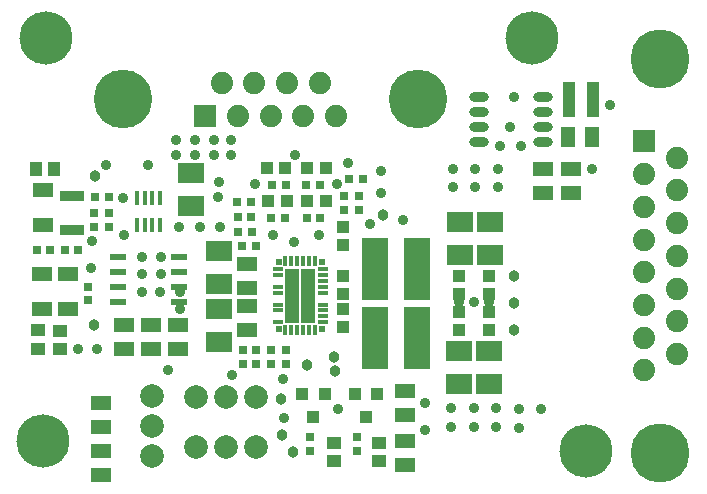
<source format=gts>
G04*
G04 #@! TF.GenerationSoftware,Altium Limited,Altium Designer,19.0.10 (269)*
G04*
G04 Layer_Color=8388736*
%FSLAX25Y25*%
%MOIN*%
G70*
G01*
G75*
%ADD22R,0.01600X0.04800*%
%ADD24R,0.05300X0.02000*%
%ADD39R,0.06800X0.04800*%
%ADD40R,0.04343X0.03950*%
%ADD41R,0.08800X0.06800*%
%ADD42O,0.06509X0.03162*%
%ADD43R,0.04800X0.06800*%
%ADD44C,0.03800*%
%ADD45R,0.04147X0.04147*%
%ADD46R,0.04147X0.04147*%
%ADD47R,0.02965X0.02965*%
%ADD48R,0.02965X0.02965*%
%ADD49R,0.03556X0.01784*%
%ADD50R,0.02276X0.02276*%
%ADD51R,0.01784X0.03556*%
%ADD52R,0.05131X0.06036*%
%ADD53R,0.08595X0.20643*%
%ADD54R,0.04540X0.04343*%
%ADD55R,0.03950X0.04343*%
%ADD56R,0.07887X0.03556*%
%ADD57R,0.06706X0.05131*%
%ADD58R,0.04343X0.04540*%
%ADD59C,0.17729*%
%ADD60C,0.07453*%
%ADD61R,0.07453X0.07453*%
%ADD62C,0.19540*%
%ADD63R,0.07453X0.07453*%
%ADD64C,0.07453*%
%ADD65C,0.19698*%
%ADD66C,0.07887*%
%ADD67C,0.03500*%
D22*
X38086Y89710D02*
D03*
X35527D02*
D03*
X32968D02*
D03*
X30409D02*
D03*
Y98710D02*
D03*
X32968D02*
D03*
X35527D02*
D03*
X38086D02*
D03*
D24*
X24098Y78959D02*
D03*
Y73959D02*
D03*
Y68959D02*
D03*
Y63959D02*
D03*
X44398D02*
D03*
Y68959D02*
D03*
Y73959D02*
D03*
Y78959D02*
D03*
D39*
X18500Y22500D02*
D03*
Y30500D02*
D03*
Y6500D02*
D03*
Y14500D02*
D03*
X175268Y108450D02*
D03*
Y100450D02*
D03*
X165768Y108450D02*
D03*
Y100450D02*
D03*
X67248Y62647D02*
D03*
Y54647D02*
D03*
Y76647D02*
D03*
Y68647D02*
D03*
X26248Y56459D02*
D03*
Y48459D02*
D03*
X35248D02*
D03*
Y56459D02*
D03*
X44248D02*
D03*
Y48459D02*
D03*
X119748Y17647D02*
D03*
Y9647D02*
D03*
Y34456D02*
D03*
Y26456D02*
D03*
D40*
X182437Y127760D02*
D03*
Y131500D02*
D03*
Y135240D02*
D03*
X174563D02*
D03*
Y131500D02*
D03*
Y127760D02*
D03*
D41*
X48500Y96000D02*
D03*
Y107000D02*
D03*
X57748Y61647D02*
D03*
Y50647D02*
D03*
Y70159D02*
D03*
Y81159D02*
D03*
X138248Y79647D02*
D03*
Y90647D02*
D03*
X148248Y79647D02*
D03*
Y90647D02*
D03*
X137748Y47647D02*
D03*
Y36647D02*
D03*
X147748Y47647D02*
D03*
Y36647D02*
D03*
D42*
X165728Y117500D02*
D03*
Y122500D02*
D03*
Y127500D02*
D03*
Y132500D02*
D03*
X144272Y117500D02*
D03*
Y122500D02*
D03*
Y127500D02*
D03*
Y132500D02*
D03*
D43*
X182268Y119000D02*
D03*
X174268D02*
D03*
D44*
X156248Y63647D02*
D03*
Y54647D02*
D03*
Y72647D02*
D03*
X16448Y106022D02*
D03*
X16095Y56459D02*
D03*
X82500Y14000D02*
D03*
X112500Y92998D02*
D03*
X78826Y19647D02*
D03*
X96287Y41147D02*
D03*
X87000Y43000D02*
D03*
X96112Y45647D02*
D03*
X78574Y31647D02*
D03*
D45*
X99248Y82949D02*
D03*
Y89051D02*
D03*
Y72698D02*
D03*
Y66596D02*
D03*
Y55596D02*
D03*
Y61698D02*
D03*
X137748Y72698D02*
D03*
Y66596D02*
D03*
X147748Y72698D02*
D03*
Y66596D02*
D03*
X137748Y54596D02*
D03*
Y60698D02*
D03*
X147748Y54596D02*
D03*
Y60698D02*
D03*
D46*
X93299Y97647D02*
D03*
X87196D02*
D03*
X74196D02*
D03*
X80299D02*
D03*
X79799Y108647D02*
D03*
X73696D02*
D03*
X87196D02*
D03*
X93299D02*
D03*
D47*
X63948Y92481D02*
D03*
X68548D02*
D03*
X64030Y87481D02*
D03*
X68630D02*
D03*
X79648Y92147D02*
D03*
X75048D02*
D03*
X86948D02*
D03*
X91548D02*
D03*
X75448Y103147D02*
D03*
X80048D02*
D03*
X91528D02*
D03*
X86928D02*
D03*
X68448Y97481D02*
D03*
X63848D02*
D03*
X105800Y105000D02*
D03*
X101200D02*
D03*
X21048Y98947D02*
D03*
X16448D02*
D03*
X-3052Y81459D02*
D03*
X1548D02*
D03*
X6330D02*
D03*
X10930D02*
D03*
X65530Y82647D02*
D03*
X70130D02*
D03*
D48*
X99390Y99447D02*
D03*
Y94847D02*
D03*
X104390Y99447D02*
D03*
Y94847D02*
D03*
X75248Y47947D02*
D03*
Y43347D02*
D03*
X70248Y47947D02*
D03*
Y43347D02*
D03*
X65748D02*
D03*
Y47947D02*
D03*
X80148Y43347D02*
D03*
Y47947D02*
D03*
X103748Y14347D02*
D03*
Y18947D02*
D03*
X88248Y14347D02*
D03*
Y18947D02*
D03*
X21248Y89159D02*
D03*
Y93759D02*
D03*
X14248Y69197D02*
D03*
Y64597D02*
D03*
X16248Y89053D02*
D03*
Y93653D02*
D03*
D49*
X77326Y75005D02*
D03*
Y73037D02*
D03*
Y69100D02*
D03*
Y67131D02*
D03*
Y63194D02*
D03*
Y61226D02*
D03*
Y57289D02*
D03*
X92287D02*
D03*
Y59257D02*
D03*
Y61226D02*
D03*
Y63194D02*
D03*
Y67131D02*
D03*
Y69100D02*
D03*
Y71068D02*
D03*
Y73037D02*
D03*
Y75005D02*
D03*
D50*
X77671Y77220D02*
D03*
X91943D02*
D03*
Y55074D02*
D03*
X77671D02*
D03*
D51*
X79885Y54729D02*
D03*
X81854D02*
D03*
X83822D02*
D03*
X85791D02*
D03*
X87759D02*
D03*
X89728D02*
D03*
Y77564D02*
D03*
X87759D02*
D03*
X85791D02*
D03*
X83822D02*
D03*
X81854D02*
D03*
X79885D02*
D03*
D52*
X82248Y66147D02*
D03*
X87366D02*
D03*
X82248Y72171D02*
D03*
X87366D02*
D03*
X82248Y60123D02*
D03*
X87366D02*
D03*
D53*
X123748Y52147D02*
D03*
X109748D02*
D03*
Y75147D02*
D03*
X123748D02*
D03*
D54*
X111248Y11096D02*
D03*
Y17198D02*
D03*
X96248Y11052D02*
D03*
Y17155D02*
D03*
X4748Y54510D02*
D03*
Y48408D02*
D03*
X-2500Y54551D02*
D03*
Y48449D02*
D03*
D55*
X110487Y33437D02*
D03*
X103007D02*
D03*
X106747Y25563D02*
D03*
X92988Y33437D02*
D03*
X85507D02*
D03*
X89248Y25563D02*
D03*
D56*
X8748Y99459D02*
D03*
Y88042D02*
D03*
D57*
X7500Y73405D02*
D03*
Y61594D02*
D03*
X-1252Y73364D02*
D03*
Y61553D02*
D03*
X-752Y89553D02*
D03*
Y101364D02*
D03*
D58*
X-3304Y108403D02*
D03*
X2799D02*
D03*
D59*
X180000Y14347D02*
D03*
X162000Y152000D02*
D03*
X0D02*
D03*
X-752Y17793D02*
D03*
D60*
X96811Y126008D02*
D03*
X91358Y137189D02*
D03*
X85905Y126008D02*
D03*
X80453Y137189D02*
D03*
X75000Y126008D02*
D03*
X69547Y137189D02*
D03*
X64095Y126008D02*
D03*
X58642Y137189D02*
D03*
D61*
X53189Y126008D02*
D03*
D62*
X25807Y131598D02*
D03*
X124193D02*
D03*
D63*
X199319Y117575D02*
D03*
D64*
X210500Y112122D02*
D03*
X199319Y106669D02*
D03*
X210500Y101216D02*
D03*
X199319Y95764D02*
D03*
X210500Y90311D02*
D03*
X199319Y84858D02*
D03*
X210500Y79405D02*
D03*
X199319Y73953D02*
D03*
X210500Y68500D02*
D03*
X199319Y63047D02*
D03*
X210500Y57595D02*
D03*
X199319Y52142D02*
D03*
X210500Y46689D02*
D03*
X199319Y41236D02*
D03*
D65*
X204909Y144996D02*
D03*
Y13815D02*
D03*
D66*
X70248Y15647D02*
D03*
X60248D02*
D03*
X50248D02*
D03*
X70248Y32322D02*
D03*
X60248D02*
D03*
X50248D02*
D03*
X35503Y32873D02*
D03*
Y22873D02*
D03*
Y12873D02*
D03*
D67*
X57268Y50766D02*
D03*
X67268Y55266D02*
D03*
Y76266D02*
D03*
X57536Y81172D02*
D03*
X67268Y68266D02*
D03*
Y62766D02*
D03*
X57768Y69766D02*
D03*
Y61266D02*
D03*
X44268Y56266D02*
D03*
X35268D02*
D03*
X26268D02*
D03*
X44768Y61766D02*
D03*
Y67266D02*
D03*
X43600Y118122D02*
D03*
X49848D02*
D03*
X56100D02*
D03*
X61848Y118043D02*
D03*
X58248Y89159D02*
D03*
X44398D02*
D03*
X51500D02*
D03*
X61848Y113043D02*
D03*
X56100Y113122D02*
D03*
X49848D02*
D03*
X43600D02*
D03*
X158500Y116079D02*
D03*
X151500Y116000D02*
D03*
X57500Y99000D02*
D03*
X57662Y104000D02*
D03*
X156000Y132500D02*
D03*
X154750Y122500D02*
D03*
X188228Y129729D02*
D03*
X181980Y108403D02*
D03*
X15500Y84500D02*
D03*
X26000Y86328D02*
D03*
X34220Y109648D02*
D03*
X40623Y41500D02*
D03*
X79567Y25500D02*
D03*
X79151Y38500D02*
D03*
X62150Y39706D02*
D03*
X111622Y100507D02*
D03*
Y107847D02*
D03*
X108101Y90000D02*
D03*
X126500Y30219D02*
D03*
Y21500D02*
D03*
X119000Y91500D02*
D03*
X97000Y103500D02*
D03*
X157748Y28352D02*
D03*
X165248D02*
D03*
X157748Y22176D02*
D03*
X100748Y110500D02*
D03*
X15000Y75433D02*
D03*
X19967Y109648D02*
D03*
X97500Y28352D02*
D03*
X135748Y108403D02*
D03*
X143248D02*
D03*
X150748D02*
D03*
X135748Y102228D02*
D03*
X143248D02*
D03*
X150748D02*
D03*
X150248Y22403D02*
D03*
X142748D02*
D03*
X135248D02*
D03*
X150248Y28578D02*
D03*
X142748D02*
D03*
X135248D02*
D03*
X137748Y64084D02*
D03*
X147748D02*
D03*
X38268Y67266D02*
D03*
X32268D02*
D03*
Y79110D02*
D03*
Y73360D02*
D03*
X38548D02*
D03*
Y79110D02*
D03*
X83248Y113147D02*
D03*
X69748Y103277D02*
D03*
X82748Y83912D02*
D03*
X75748Y86328D02*
D03*
X91248D02*
D03*
X25748Y98597D02*
D03*
X17248Y48453D02*
D03*
X10748Y48409D02*
D03*
X82248Y64147D02*
D03*
X87448D02*
D03*
X87366Y60123D02*
D03*
X82248D02*
D03*
X82311Y68828D02*
D03*
X87311D02*
D03*
Y72328D02*
D03*
X82311D02*
D03*
X142748Y64078D02*
D03*
M02*

</source>
